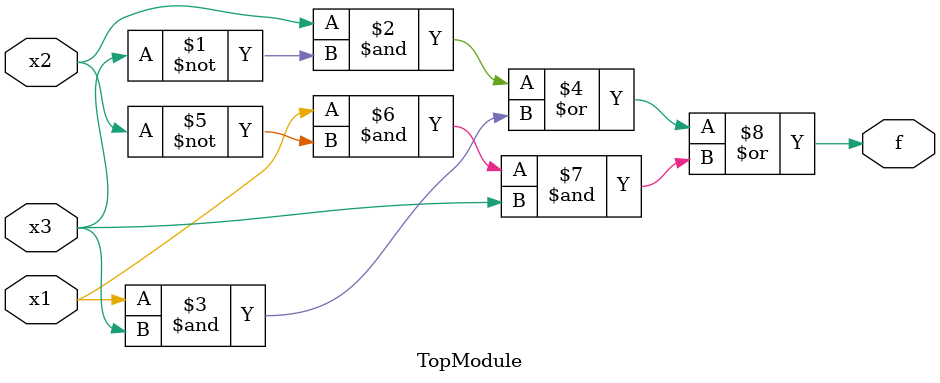
<source format=sv>
module TopModule (
    input logic x3,
    input logic x2,
    input logic x1,
    output logic f
);
    assign f = (x2 & ~x3) | (x1 & x3) | (x1 & ~x2 & x3);
endmodule
</source>
